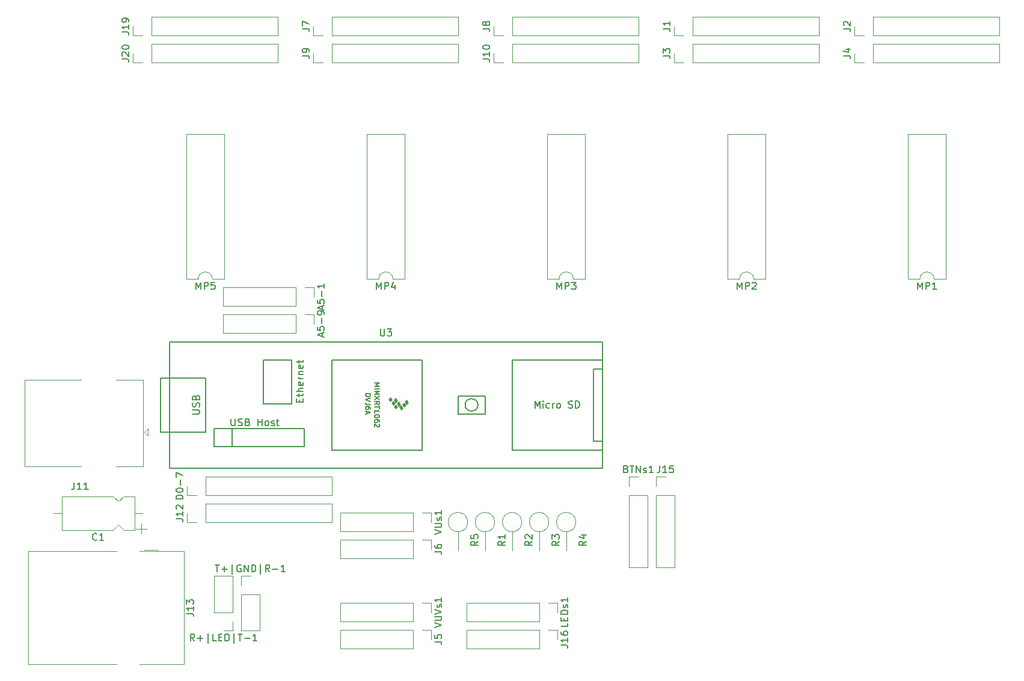
<source format=gbr>
%TF.GenerationSoftware,KiCad,Pcbnew,5.1.8*%
%TF.CreationDate,2020-12-04T02:47:43+00:00*%
%TF.ProjectId,controller_mixer_pcb,636f6e74-726f-46c6-9c65-725f6d697865,rev?*%
%TF.SameCoordinates,Original*%
%TF.FileFunction,Legend,Top*%
%TF.FilePolarity,Positive*%
%FSLAX46Y46*%
G04 Gerber Fmt 4.6, Leading zero omitted, Abs format (unit mm)*
G04 Created by KiCad (PCBNEW 5.1.8) date 2020-12-04 02:47:43*
%MOMM*%
%LPD*%
G01*
G04 APERTURE LIST*
%ADD10C,0.120000*%
%ADD11C,0.100000*%
%ADD12C,0.150000*%
G04 APERTURE END LIST*
D10*
%TO.C,MP2*%
X161020000Y-82610000D02*
X162670000Y-82610000D01*
X162670000Y-82610000D02*
X162670000Y-62170000D01*
X162670000Y-62170000D02*
X157370000Y-62170000D01*
X157370000Y-62170000D02*
X157370000Y-82610000D01*
X157370000Y-82610000D02*
X159020000Y-82610000D01*
X159020000Y-82610000D02*
G75*
G02*
X161020000Y-82610000I1000000J0D01*
G01*
%TO.C,MP1*%
X182770000Y-82610000D02*
X184420000Y-82610000D01*
X182770000Y-62170000D02*
X182770000Y-82610000D01*
X188070000Y-62170000D02*
X182770000Y-62170000D01*
X188070000Y-82610000D02*
X188070000Y-62170000D01*
X186420000Y-82610000D02*
X188070000Y-82610000D01*
X184420000Y-82610000D02*
G75*
G02*
X186420000Y-82610000I1000000J0D01*
G01*
%TO.C,MP4*%
X110220000Y-82610000D02*
X111870000Y-82610000D01*
X111870000Y-82610000D02*
X111870000Y-62170000D01*
X111870000Y-62170000D02*
X106570000Y-62170000D01*
X106570000Y-62170000D02*
X106570000Y-82610000D01*
X106570000Y-82610000D02*
X108220000Y-82610000D01*
X108220000Y-82610000D02*
G75*
G02*
X110220000Y-82610000I1000000J0D01*
G01*
%TO.C,MP3*%
X131970000Y-82610000D02*
X133620000Y-82610000D01*
X131970000Y-62170000D02*
X131970000Y-82610000D01*
X137270000Y-62170000D02*
X131970000Y-62170000D01*
X137270000Y-82610000D02*
X137270000Y-62170000D01*
X135620000Y-82610000D02*
X137270000Y-82610000D01*
X133620000Y-82610000D02*
G75*
G02*
X135620000Y-82610000I1000000J0D01*
G01*
%TO.C,MP5*%
X84820000Y-82610000D02*
X86470000Y-82610000D01*
X86470000Y-82610000D02*
X86470000Y-62170000D01*
X86470000Y-62170000D02*
X81170000Y-62170000D01*
X81170000Y-62170000D02*
X81170000Y-82610000D01*
X81170000Y-82610000D02*
X82820000Y-82610000D01*
X82820000Y-82610000D02*
G75*
G02*
X84820000Y-82610000I1000000J0D01*
G01*
D11*
%TO.C,U3*%
G36*
X112417000Y-100023000D02*
G01*
X112163000Y-100277000D01*
X111909000Y-99896000D01*
X112163000Y-99642000D01*
X112417000Y-100023000D01*
G37*
X112417000Y-100023000D02*
X112163000Y-100277000D01*
X111909000Y-99896000D01*
X112163000Y-99642000D01*
X112417000Y-100023000D01*
G36*
X112036000Y-100404000D02*
G01*
X111782000Y-100658000D01*
X111528000Y-100277000D01*
X111782000Y-100023000D01*
X112036000Y-100404000D01*
G37*
X112036000Y-100404000D02*
X111782000Y-100658000D01*
X111528000Y-100277000D01*
X111782000Y-100023000D01*
X112036000Y-100404000D01*
G36*
X110131000Y-99642000D02*
G01*
X109877000Y-99896000D01*
X109623000Y-99515000D01*
X109877000Y-99261000D01*
X110131000Y-99642000D01*
G37*
X110131000Y-99642000D02*
X109877000Y-99896000D01*
X109623000Y-99515000D01*
X109877000Y-99261000D01*
X110131000Y-99642000D01*
G36*
X110512000Y-100150000D02*
G01*
X110258000Y-100404000D01*
X110004000Y-100023000D01*
X110258000Y-99769000D01*
X110512000Y-100150000D01*
G37*
X110512000Y-100150000D02*
X110258000Y-100404000D01*
X110004000Y-100023000D01*
X110258000Y-99769000D01*
X110512000Y-100150000D01*
G36*
X110893000Y-100658000D02*
G01*
X110639000Y-100912000D01*
X110385000Y-100531000D01*
X110639000Y-100277000D01*
X110893000Y-100658000D01*
G37*
X110893000Y-100658000D02*
X110639000Y-100912000D01*
X110385000Y-100531000D01*
X110639000Y-100277000D01*
X110893000Y-100658000D01*
G36*
X110893000Y-99769000D02*
G01*
X110639000Y-100023000D01*
X110385000Y-99642000D01*
X110639000Y-99388000D01*
X110893000Y-99769000D01*
G37*
X110893000Y-99769000D02*
X110639000Y-100023000D01*
X110385000Y-99642000D01*
X110639000Y-99388000D01*
X110893000Y-99769000D01*
G36*
X111274000Y-100277000D02*
G01*
X111020000Y-100531000D01*
X110766000Y-100150000D01*
X111020000Y-99896000D01*
X111274000Y-100277000D01*
G37*
X111274000Y-100277000D02*
X111020000Y-100531000D01*
X110766000Y-100150000D01*
X111020000Y-99896000D01*
X111274000Y-100277000D01*
G36*
X111655000Y-100785000D02*
G01*
X111401000Y-101039000D01*
X111147000Y-100658000D01*
X111401000Y-100404000D01*
X111655000Y-100785000D01*
G37*
X111655000Y-100785000D02*
X111401000Y-101039000D01*
X111147000Y-100658000D01*
X111401000Y-100404000D01*
X111655000Y-100785000D01*
D12*
X78740000Y-109220000D02*
X78740000Y-91440000D01*
X139700000Y-109220000D02*
X78740000Y-109220000D01*
X139700000Y-91440000D02*
X139700000Y-109220000D01*
X78740000Y-91440000D02*
X139700000Y-91440000D01*
X83820000Y-104140000D02*
X78740000Y-104140000D01*
X83820000Y-96520000D02*
X78740000Y-96520000D01*
X83820000Y-104140000D02*
X83820000Y-96520000D01*
X77470000Y-96520000D02*
X78740000Y-96520000D01*
X77470000Y-104140000D02*
X77470000Y-96520000D01*
X78740000Y-104140000D02*
X77470000Y-104140000D01*
X139700000Y-93980000D02*
X127000000Y-93980000D01*
X127000000Y-93980000D02*
X127000000Y-106680000D01*
X127000000Y-106680000D02*
X139700000Y-106680000D01*
X139700000Y-95250000D02*
X138430000Y-95250000D01*
X138430000Y-95250000D02*
X138430000Y-105410000D01*
X138430000Y-105410000D02*
X139700000Y-105410000D01*
X123190000Y-99060000D02*
X123190000Y-101600000D01*
X123190000Y-101600000D02*
X119380000Y-101600000D01*
X119380000Y-101600000D02*
X119380000Y-99060000D01*
X119380000Y-99060000D02*
X123190000Y-99060000D01*
X85039200Y-103629200D02*
X97739200Y-103629200D01*
X97739200Y-103629200D02*
X97739200Y-106169200D01*
X97739200Y-106169200D02*
X85039200Y-106169200D01*
X85039200Y-106169200D02*
X85039200Y-103629200D01*
X85039200Y-103629200D02*
X87579200Y-103629200D01*
X87579200Y-103629200D02*
X87579200Y-106169200D01*
X91970000Y-94228400D02*
X91970000Y-100228400D01*
X91970000Y-100228400D02*
X95970000Y-100228400D01*
X95970000Y-100228400D02*
X95970000Y-93978400D01*
X95970000Y-93978400D02*
X91970000Y-93978400D01*
X91970000Y-93978400D02*
X91970000Y-94228400D01*
X101600000Y-106680000D02*
X114300000Y-106680000D01*
X114300000Y-106680000D02*
X114300000Y-93980000D01*
X114300000Y-93980000D02*
X101600000Y-93980000D01*
X101600000Y-93980000D02*
X101600000Y-106680000D01*
X122183026Y-100330000D02*
G75*
G03*
X122183026Y-100330000I-898026J0D01*
G01*
D10*
%TO.C,J1*%
X149800000Y-48320000D02*
X149800000Y-46990000D01*
X151130000Y-48320000D02*
X149800000Y-48320000D01*
X152400000Y-48320000D02*
X152400000Y-45660000D01*
X152400000Y-45660000D02*
X170240000Y-45660000D01*
X152400000Y-48320000D02*
X170240000Y-48320000D01*
X170240000Y-48320000D02*
X170240000Y-45660000D01*
%TO.C,J2*%
X195640000Y-48320000D02*
X195640000Y-45660000D01*
X177800000Y-48320000D02*
X195640000Y-48320000D01*
X177800000Y-45660000D02*
X195640000Y-45660000D01*
X177800000Y-48320000D02*
X177800000Y-45660000D01*
X176530000Y-48320000D02*
X175200000Y-48320000D01*
X175200000Y-48320000D02*
X175200000Y-46990000D01*
%TO.C,J3*%
X170240000Y-52130000D02*
X170240000Y-49470000D01*
X152400000Y-52130000D02*
X170240000Y-52130000D01*
X152400000Y-49470000D02*
X170240000Y-49470000D01*
X152400000Y-52130000D02*
X152400000Y-49470000D01*
X151130000Y-52130000D02*
X149800000Y-52130000D01*
X149800000Y-52130000D02*
X149800000Y-50800000D01*
%TO.C,J4*%
X175200000Y-52130000D02*
X175200000Y-50800000D01*
X176530000Y-52130000D02*
X175200000Y-52130000D01*
X177800000Y-52130000D02*
X177800000Y-49470000D01*
X177800000Y-49470000D02*
X195640000Y-49470000D01*
X177800000Y-52130000D02*
X195640000Y-52130000D01*
X195640000Y-52130000D02*
X195640000Y-49470000D01*
%TO.C,J7*%
X119440000Y-48320000D02*
X119440000Y-45660000D01*
X101600000Y-48320000D02*
X119440000Y-48320000D01*
X101600000Y-45660000D02*
X119440000Y-45660000D01*
X101600000Y-48320000D02*
X101600000Y-45660000D01*
X100330000Y-48320000D02*
X99000000Y-48320000D01*
X99000000Y-48320000D02*
X99000000Y-46990000D01*
%TO.C,J8*%
X124400000Y-48320000D02*
X124400000Y-46990000D01*
X125730000Y-48320000D02*
X124400000Y-48320000D01*
X127000000Y-48320000D02*
X127000000Y-45660000D01*
X127000000Y-45660000D02*
X144840000Y-45660000D01*
X127000000Y-48320000D02*
X144840000Y-48320000D01*
X144840000Y-48320000D02*
X144840000Y-45660000D01*
%TO.C,J9*%
X119440000Y-52130000D02*
X119440000Y-49470000D01*
X101600000Y-52130000D02*
X119440000Y-52130000D01*
X101600000Y-49470000D02*
X119440000Y-49470000D01*
X101600000Y-52130000D02*
X101600000Y-49470000D01*
X100330000Y-52130000D02*
X99000000Y-52130000D01*
X99000000Y-52130000D02*
X99000000Y-50800000D01*
%TO.C,J10*%
X144840000Y-52130000D02*
X144840000Y-49470000D01*
X127000000Y-52130000D02*
X144840000Y-52130000D01*
X127000000Y-49470000D02*
X144840000Y-49470000D01*
X127000000Y-52130000D02*
X127000000Y-49470000D01*
X125730000Y-52130000D02*
X124400000Y-52130000D01*
X124400000Y-52130000D02*
X124400000Y-50800000D01*
%TO.C,LEDs1*%
X120590000Y-128210000D02*
X120590000Y-130870000D01*
X130810000Y-128210000D02*
X120590000Y-128210000D01*
X130810000Y-130870000D02*
X120590000Y-130870000D01*
X130810000Y-128210000D02*
X130810000Y-130870000D01*
X132080000Y-128210000D02*
X133410000Y-128210000D01*
X133410000Y-128210000D02*
X133410000Y-129540000D01*
%TO.C,BTNs1*%
X143450000Y-110430000D02*
X144780000Y-110430000D01*
X143450000Y-111760000D02*
X143450000Y-110430000D01*
X143450000Y-113030000D02*
X146110000Y-113030000D01*
X146110000Y-113030000D02*
X146110000Y-123250000D01*
X143450000Y-113030000D02*
X143450000Y-123250000D01*
X143450000Y-123250000D02*
X146110000Y-123250000D01*
%TO.C,J15*%
X147260000Y-110430000D02*
X148590000Y-110430000D01*
X147260000Y-111760000D02*
X147260000Y-110430000D01*
X147260000Y-113030000D02*
X149920000Y-113030000D01*
X149920000Y-113030000D02*
X149920000Y-123250000D01*
X147260000Y-113030000D02*
X147260000Y-123250000D01*
X147260000Y-123250000D02*
X149920000Y-123250000D01*
%TO.C,J16*%
X120590000Y-132020000D02*
X120590000Y-134680000D01*
X130810000Y-132020000D02*
X120590000Y-132020000D01*
X130810000Y-134680000D02*
X120590000Y-134680000D01*
X130810000Y-132020000D02*
X130810000Y-134680000D01*
X132080000Y-132020000D02*
X133410000Y-132020000D01*
X133410000Y-132020000D02*
X133410000Y-133350000D01*
%TO.C,J19*%
X73600000Y-48320000D02*
X73600000Y-46990000D01*
X74930000Y-48320000D02*
X73600000Y-48320000D01*
X76200000Y-48320000D02*
X76200000Y-45660000D01*
X76200000Y-45660000D02*
X94040000Y-45660000D01*
X76200000Y-48320000D02*
X94040000Y-48320000D01*
X94040000Y-48320000D02*
X94040000Y-45660000D01*
%TO.C,J20*%
X73600000Y-52130000D02*
X73600000Y-50800000D01*
X74930000Y-52130000D02*
X73600000Y-52130000D01*
X76200000Y-52130000D02*
X76200000Y-49470000D01*
X76200000Y-49470000D02*
X94040000Y-49470000D01*
X76200000Y-52130000D02*
X94040000Y-52130000D01*
X94040000Y-52130000D02*
X94040000Y-49470000D01*
%TO.C,T+|GND|R-1*%
X88840000Y-124400000D02*
X90170000Y-124400000D01*
X88840000Y-125730000D02*
X88840000Y-124400000D01*
X88840000Y-127000000D02*
X91500000Y-127000000D01*
X91500000Y-127000000D02*
X91500000Y-132140000D01*
X88840000Y-127000000D02*
X88840000Y-132140000D01*
X88840000Y-132140000D02*
X91500000Y-132140000D01*
%TO.C,R+|LED|T-1*%
X87690000Y-132140000D02*
X86360000Y-132140000D01*
X87690000Y-130810000D02*
X87690000Y-132140000D01*
X87690000Y-129540000D02*
X85030000Y-129540000D01*
X85030000Y-129540000D02*
X85030000Y-124400000D01*
X87690000Y-129540000D02*
X87690000Y-124400000D01*
X87690000Y-124400000D02*
X85030000Y-124400000D01*
%TO.C,J5*%
X115630000Y-132020000D02*
X115630000Y-133350000D01*
X114300000Y-132020000D02*
X115630000Y-132020000D01*
X113030000Y-132020000D02*
X113030000Y-134680000D01*
X113030000Y-134680000D02*
X102810000Y-134680000D01*
X113030000Y-132020000D02*
X102810000Y-132020000D01*
X102810000Y-132020000D02*
X102810000Y-134680000D01*
%TO.C,J6*%
X102810000Y-119320000D02*
X102810000Y-121980000D01*
X113030000Y-119320000D02*
X102810000Y-119320000D01*
X113030000Y-121980000D02*
X102810000Y-121980000D01*
X113030000Y-119320000D02*
X113030000Y-121980000D01*
X114300000Y-119320000D02*
X115630000Y-119320000D01*
X115630000Y-119320000D02*
X115630000Y-120650000D01*
%TO.C,VUs1*%
X115630000Y-115510000D02*
X115630000Y-116840000D01*
X114300000Y-115510000D02*
X115630000Y-115510000D01*
X113030000Y-115510000D02*
X113030000Y-118170000D01*
X113030000Y-118170000D02*
X102810000Y-118170000D01*
X113030000Y-115510000D02*
X102810000Y-115510000D01*
X102810000Y-115510000D02*
X102810000Y-118170000D01*
%TO.C,VUVs1*%
X102810000Y-128210000D02*
X102810000Y-130870000D01*
X113030000Y-128210000D02*
X102810000Y-128210000D01*
X113030000Y-130870000D02*
X102810000Y-130870000D01*
X113030000Y-128210000D02*
X113030000Y-130870000D01*
X114300000Y-128210000D02*
X115630000Y-128210000D01*
X115630000Y-128210000D02*
X115630000Y-129540000D01*
%TO.C,R1*%
X124560000Y-116840000D02*
G75*
G03*
X124560000Y-116840000I-1370000J0D01*
G01*
X123190000Y-118210000D02*
X123190000Y-120820000D01*
%TO.C,R2*%
X127000000Y-118210000D02*
X127000000Y-120820000D01*
X128370000Y-116840000D02*
G75*
G03*
X128370000Y-116840000I-1370000J0D01*
G01*
%TO.C,R3*%
X132180000Y-116840000D02*
G75*
G03*
X132180000Y-116840000I-1370000J0D01*
G01*
X130810000Y-118210000D02*
X130810000Y-120820000D01*
%TO.C,R4*%
X134620000Y-118210000D02*
X134620000Y-120820000D01*
X135990000Y-116840000D02*
G75*
G03*
X135990000Y-116840000I-1370000J0D01*
G01*
%TO.C,R5*%
X120750000Y-116840000D02*
G75*
G03*
X120750000Y-116840000I-1370000J0D01*
G01*
X119380000Y-118210000D02*
X119380000Y-120820000D01*
%TO.C,D0-7*%
X81220000Y-113090000D02*
X81220000Y-111760000D01*
X82550000Y-113090000D02*
X81220000Y-113090000D01*
X83820000Y-113090000D02*
X83820000Y-110430000D01*
X83820000Y-110430000D02*
X101660000Y-110430000D01*
X83820000Y-113090000D02*
X101660000Y-113090000D01*
X101660000Y-113090000D02*
X101660000Y-110430000D01*
%TO.C,A5-9*%
X99120000Y-87570000D02*
X99120000Y-88900000D01*
X97790000Y-87570000D02*
X99120000Y-87570000D01*
X96520000Y-87570000D02*
X96520000Y-90230000D01*
X96520000Y-90230000D02*
X86300000Y-90230000D01*
X96520000Y-87570000D02*
X86300000Y-87570000D01*
X86300000Y-87570000D02*
X86300000Y-90230000D01*
%TO.C,J11*%
X75710000Y-103640000D02*
X75210000Y-104140000D01*
X75710000Y-104640000D02*
X75710000Y-103640000D01*
X75210000Y-104140000D02*
X75710000Y-104640000D01*
X58390000Y-96780000D02*
X66360000Y-96780000D01*
X58390000Y-109000000D02*
X66360000Y-109000000D01*
X58390000Y-96780000D02*
X58390000Y-109000000D01*
X75010000Y-109000000D02*
X71260000Y-109000000D01*
X75010000Y-96780000D02*
X71260000Y-96780000D01*
X75010000Y-96780000D02*
X75010000Y-109000000D01*
%TO.C,A5-1*%
X99120000Y-83760000D02*
X99120000Y-85090000D01*
X97790000Y-83760000D02*
X99120000Y-83760000D01*
X96520000Y-83760000D02*
X96520000Y-86420000D01*
X96520000Y-86420000D02*
X86300000Y-86420000D01*
X96520000Y-83760000D02*
X86300000Y-83760000D01*
X86300000Y-83760000D02*
X86300000Y-86420000D01*
%TO.C,J12*%
X81220000Y-116900000D02*
X81220000Y-115570000D01*
X82550000Y-116900000D02*
X81220000Y-116900000D01*
X83820000Y-116900000D02*
X83820000Y-114240000D01*
X83820000Y-114240000D02*
X101660000Y-114240000D01*
X83820000Y-116900000D02*
X101660000Y-116900000D01*
X101660000Y-116900000D02*
X101660000Y-114240000D01*
%TO.C,J13*%
X74510000Y-120930000D02*
X80790000Y-120930000D01*
X80790000Y-120930000D02*
X80790000Y-136880000D01*
X80790000Y-136880000D02*
X74510000Y-136880000D01*
X71310000Y-136880000D02*
X58870000Y-136880000D01*
X58870000Y-136880000D02*
X58870000Y-120930000D01*
X58870000Y-120930000D02*
X71310000Y-120930000D01*
X77200000Y-120730000D02*
X75200000Y-120730000D01*
%TO.C,C1*%
X75570000Y-117770000D02*
X74070000Y-117770000D01*
X74820000Y-118520000D02*
X74820000Y-117020000D01*
X73820000Y-117940000D02*
X73820000Y-113200000D01*
X63580000Y-117940000D02*
X63580000Y-113200000D01*
X73820000Y-117940000D02*
X72320000Y-117940000D01*
X72320000Y-117940000D02*
X71570000Y-117190000D01*
X71570000Y-117190000D02*
X70820000Y-117940000D01*
X70820000Y-117940000D02*
X63580000Y-117940000D01*
X73820000Y-113200000D02*
X72320000Y-113200000D01*
X72320000Y-113200000D02*
X71570000Y-113950000D01*
X71570000Y-113950000D02*
X70820000Y-113200000D01*
X70820000Y-113200000D02*
X63580000Y-113200000D01*
X74960000Y-115570000D02*
X73820000Y-115570000D01*
X62440000Y-115570000D02*
X63580000Y-115570000D01*
%TO.C,MP2*%
D12*
X158710476Y-84062380D02*
X158710476Y-83062380D01*
X159043809Y-83776666D01*
X159377142Y-83062380D01*
X159377142Y-84062380D01*
X159853333Y-84062380D02*
X159853333Y-83062380D01*
X160234285Y-83062380D01*
X160329523Y-83110000D01*
X160377142Y-83157619D01*
X160424761Y-83252857D01*
X160424761Y-83395714D01*
X160377142Y-83490952D01*
X160329523Y-83538571D01*
X160234285Y-83586190D01*
X159853333Y-83586190D01*
X160805714Y-83157619D02*
X160853333Y-83110000D01*
X160948571Y-83062380D01*
X161186666Y-83062380D01*
X161281904Y-83110000D01*
X161329523Y-83157619D01*
X161377142Y-83252857D01*
X161377142Y-83348095D01*
X161329523Y-83490952D01*
X160758095Y-84062380D01*
X161377142Y-84062380D01*
%TO.C,MP1*%
X184110476Y-84062380D02*
X184110476Y-83062380D01*
X184443809Y-83776666D01*
X184777142Y-83062380D01*
X184777142Y-84062380D01*
X185253333Y-84062380D02*
X185253333Y-83062380D01*
X185634285Y-83062380D01*
X185729523Y-83110000D01*
X185777142Y-83157619D01*
X185824761Y-83252857D01*
X185824761Y-83395714D01*
X185777142Y-83490952D01*
X185729523Y-83538571D01*
X185634285Y-83586190D01*
X185253333Y-83586190D01*
X186777142Y-84062380D02*
X186205714Y-84062380D01*
X186491428Y-84062380D02*
X186491428Y-83062380D01*
X186396190Y-83205238D01*
X186300952Y-83300476D01*
X186205714Y-83348095D01*
%TO.C,MP4*%
X107910476Y-84062380D02*
X107910476Y-83062380D01*
X108243809Y-83776666D01*
X108577142Y-83062380D01*
X108577142Y-84062380D01*
X109053333Y-84062380D02*
X109053333Y-83062380D01*
X109434285Y-83062380D01*
X109529523Y-83110000D01*
X109577142Y-83157619D01*
X109624761Y-83252857D01*
X109624761Y-83395714D01*
X109577142Y-83490952D01*
X109529523Y-83538571D01*
X109434285Y-83586190D01*
X109053333Y-83586190D01*
X110481904Y-83395714D02*
X110481904Y-84062380D01*
X110243809Y-83014761D02*
X110005714Y-83729047D01*
X110624761Y-83729047D01*
%TO.C,MP3*%
X133310476Y-84062380D02*
X133310476Y-83062380D01*
X133643809Y-83776666D01*
X133977142Y-83062380D01*
X133977142Y-84062380D01*
X134453333Y-84062380D02*
X134453333Y-83062380D01*
X134834285Y-83062380D01*
X134929523Y-83110000D01*
X134977142Y-83157619D01*
X135024761Y-83252857D01*
X135024761Y-83395714D01*
X134977142Y-83490952D01*
X134929523Y-83538571D01*
X134834285Y-83586190D01*
X134453333Y-83586190D01*
X135358095Y-83062380D02*
X135977142Y-83062380D01*
X135643809Y-83443333D01*
X135786666Y-83443333D01*
X135881904Y-83490952D01*
X135929523Y-83538571D01*
X135977142Y-83633809D01*
X135977142Y-83871904D01*
X135929523Y-83967142D01*
X135881904Y-84014761D01*
X135786666Y-84062380D01*
X135500952Y-84062380D01*
X135405714Y-84014761D01*
X135358095Y-83967142D01*
%TO.C,MP5*%
X82510476Y-84062380D02*
X82510476Y-83062380D01*
X82843809Y-83776666D01*
X83177142Y-83062380D01*
X83177142Y-84062380D01*
X83653333Y-84062380D02*
X83653333Y-83062380D01*
X84034285Y-83062380D01*
X84129523Y-83110000D01*
X84177142Y-83157619D01*
X84224761Y-83252857D01*
X84224761Y-83395714D01*
X84177142Y-83490952D01*
X84129523Y-83538571D01*
X84034285Y-83586190D01*
X83653333Y-83586190D01*
X85129523Y-83062380D02*
X84653333Y-83062380D01*
X84605714Y-83538571D01*
X84653333Y-83490952D01*
X84748571Y-83443333D01*
X84986666Y-83443333D01*
X85081904Y-83490952D01*
X85129523Y-83538571D01*
X85177142Y-83633809D01*
X85177142Y-83871904D01*
X85129523Y-83967142D01*
X85081904Y-84014761D01*
X84986666Y-84062380D01*
X84748571Y-84062380D01*
X84653333Y-84014761D01*
X84605714Y-83967142D01*
%TO.C,U3*%
X108458095Y-89622380D02*
X108458095Y-90431904D01*
X108505714Y-90527142D01*
X108553333Y-90574761D01*
X108648571Y-90622380D01*
X108839047Y-90622380D01*
X108934285Y-90574761D01*
X108981904Y-90527142D01*
X109029523Y-90431904D01*
X109029523Y-89622380D01*
X109410476Y-89622380D02*
X110029523Y-89622380D01*
X109696190Y-90003333D01*
X109839047Y-90003333D01*
X109934285Y-90050952D01*
X109981904Y-90098571D01*
X110029523Y-90193809D01*
X110029523Y-90431904D01*
X109981904Y-90527142D01*
X109934285Y-90574761D01*
X109839047Y-90622380D01*
X109553333Y-90622380D01*
X109458095Y-90574761D01*
X109410476Y-90527142D01*
X106363333Y-98766666D02*
X107063333Y-98766666D01*
X107063333Y-98933333D01*
X107030000Y-99033333D01*
X106963333Y-99100000D01*
X106896666Y-99133333D01*
X106763333Y-99166666D01*
X106663333Y-99166666D01*
X106530000Y-99133333D01*
X106463333Y-99100000D01*
X106396666Y-99033333D01*
X106363333Y-98933333D01*
X106363333Y-98766666D01*
X107063333Y-99366666D02*
X106363333Y-99600000D01*
X107063333Y-99833333D01*
X107063333Y-100266666D02*
X106563333Y-100266666D01*
X106463333Y-100233333D01*
X106396666Y-100166666D01*
X106363333Y-100066666D01*
X106363333Y-100000000D01*
X107063333Y-100900000D02*
X107063333Y-100766666D01*
X107030000Y-100700000D01*
X106996666Y-100666666D01*
X106896666Y-100600000D01*
X106763333Y-100566666D01*
X106496666Y-100566666D01*
X106430000Y-100600000D01*
X106396666Y-100633333D01*
X106363333Y-100700000D01*
X106363333Y-100833333D01*
X106396666Y-100900000D01*
X106430000Y-100933333D01*
X106496666Y-100966666D01*
X106663333Y-100966666D01*
X106730000Y-100933333D01*
X106763333Y-100900000D01*
X106796666Y-100833333D01*
X106796666Y-100700000D01*
X106763333Y-100633333D01*
X106730000Y-100600000D01*
X106663333Y-100566666D01*
X106563333Y-101233333D02*
X106563333Y-101566666D01*
X106363333Y-101166666D02*
X107063333Y-101400000D01*
X106363333Y-101633333D01*
X107633333Y-97246666D02*
X108333333Y-97246666D01*
X107833333Y-97480000D01*
X108333333Y-97713333D01*
X107633333Y-97713333D01*
X107633333Y-98046666D02*
X108333333Y-98046666D01*
X107633333Y-98380000D02*
X108333333Y-98380000D01*
X107833333Y-98613333D01*
X108333333Y-98846666D01*
X107633333Y-98846666D01*
X108333333Y-99113333D02*
X107633333Y-99580000D01*
X108333333Y-99580000D02*
X107633333Y-99113333D01*
X107633333Y-100246666D02*
X107966666Y-100013333D01*
X107633333Y-99846666D02*
X108333333Y-99846666D01*
X108333333Y-100113333D01*
X108300000Y-100180000D01*
X108266666Y-100213333D01*
X108200000Y-100246666D01*
X108100000Y-100246666D01*
X108033333Y-100213333D01*
X108000000Y-100180000D01*
X107966666Y-100113333D01*
X107966666Y-99846666D01*
X108333333Y-100446666D02*
X108333333Y-100846666D01*
X107633333Y-100646666D02*
X108333333Y-100646666D01*
X107633333Y-101446666D02*
X107633333Y-101046666D01*
X107633333Y-101246666D02*
X108333333Y-101246666D01*
X108233333Y-101180000D01*
X108166666Y-101113333D01*
X108133333Y-101046666D01*
X108333333Y-101880000D02*
X108333333Y-101946666D01*
X108300000Y-102013333D01*
X108266666Y-102046666D01*
X108200000Y-102080000D01*
X108066666Y-102113333D01*
X107900000Y-102113333D01*
X107766666Y-102080000D01*
X107700000Y-102046666D01*
X107666666Y-102013333D01*
X107633333Y-101946666D01*
X107633333Y-101880000D01*
X107666666Y-101813333D01*
X107700000Y-101780000D01*
X107766666Y-101746666D01*
X107900000Y-101713333D01*
X108066666Y-101713333D01*
X108200000Y-101746666D01*
X108266666Y-101780000D01*
X108300000Y-101813333D01*
X108333333Y-101880000D01*
X108333333Y-102713333D02*
X108333333Y-102580000D01*
X108300000Y-102513333D01*
X108266666Y-102480000D01*
X108166666Y-102413333D01*
X108033333Y-102380000D01*
X107766666Y-102380000D01*
X107700000Y-102413333D01*
X107666666Y-102446666D01*
X107633333Y-102513333D01*
X107633333Y-102646666D01*
X107666666Y-102713333D01*
X107700000Y-102746666D01*
X107766666Y-102780000D01*
X107933333Y-102780000D01*
X108000000Y-102746666D01*
X108033333Y-102713333D01*
X108066666Y-102646666D01*
X108066666Y-102513333D01*
X108033333Y-102446666D01*
X108000000Y-102413333D01*
X107933333Y-102380000D01*
X108266666Y-103046666D02*
X108300000Y-103080000D01*
X108333333Y-103146666D01*
X108333333Y-103313333D01*
X108300000Y-103380000D01*
X108266666Y-103413333D01*
X108200000Y-103446666D01*
X108133333Y-103446666D01*
X108033333Y-103413333D01*
X107633333Y-103013333D01*
X107633333Y-103446666D01*
X130230952Y-100782380D02*
X130230952Y-99782380D01*
X130564285Y-100496666D01*
X130897619Y-99782380D01*
X130897619Y-100782380D01*
X131373809Y-100782380D02*
X131373809Y-100115714D01*
X131373809Y-99782380D02*
X131326190Y-99830000D01*
X131373809Y-99877619D01*
X131421428Y-99830000D01*
X131373809Y-99782380D01*
X131373809Y-99877619D01*
X132278571Y-100734761D02*
X132183333Y-100782380D01*
X131992857Y-100782380D01*
X131897619Y-100734761D01*
X131850000Y-100687142D01*
X131802380Y-100591904D01*
X131802380Y-100306190D01*
X131850000Y-100210952D01*
X131897619Y-100163333D01*
X131992857Y-100115714D01*
X132183333Y-100115714D01*
X132278571Y-100163333D01*
X132707142Y-100782380D02*
X132707142Y-100115714D01*
X132707142Y-100306190D02*
X132754761Y-100210952D01*
X132802380Y-100163333D01*
X132897619Y-100115714D01*
X132992857Y-100115714D01*
X133469047Y-100782380D02*
X133373809Y-100734761D01*
X133326190Y-100687142D01*
X133278571Y-100591904D01*
X133278571Y-100306190D01*
X133326190Y-100210952D01*
X133373809Y-100163333D01*
X133469047Y-100115714D01*
X133611904Y-100115714D01*
X133707142Y-100163333D01*
X133754761Y-100210952D01*
X133802380Y-100306190D01*
X133802380Y-100591904D01*
X133754761Y-100687142D01*
X133707142Y-100734761D01*
X133611904Y-100782380D01*
X133469047Y-100782380D01*
X134945238Y-100734761D02*
X135088095Y-100782380D01*
X135326190Y-100782380D01*
X135421428Y-100734761D01*
X135469047Y-100687142D01*
X135516666Y-100591904D01*
X135516666Y-100496666D01*
X135469047Y-100401428D01*
X135421428Y-100353809D01*
X135326190Y-100306190D01*
X135135714Y-100258571D01*
X135040476Y-100210952D01*
X134992857Y-100163333D01*
X134945238Y-100068095D01*
X134945238Y-99972857D01*
X134992857Y-99877619D01*
X135040476Y-99830000D01*
X135135714Y-99782380D01*
X135373809Y-99782380D01*
X135516666Y-99830000D01*
X135945238Y-100782380D02*
X135945238Y-99782380D01*
X136183333Y-99782380D01*
X136326190Y-99830000D01*
X136421428Y-99925238D01*
X136469047Y-100020476D01*
X136516666Y-100210952D01*
X136516666Y-100353809D01*
X136469047Y-100544285D01*
X136421428Y-100639523D01*
X136326190Y-100734761D01*
X136183333Y-100782380D01*
X135945238Y-100782380D01*
X82002380Y-101591904D02*
X82811904Y-101591904D01*
X82907142Y-101544285D01*
X82954761Y-101496666D01*
X83002380Y-101401428D01*
X83002380Y-101210952D01*
X82954761Y-101115714D01*
X82907142Y-101068095D01*
X82811904Y-101020476D01*
X82002380Y-101020476D01*
X82954761Y-100591904D02*
X83002380Y-100449047D01*
X83002380Y-100210952D01*
X82954761Y-100115714D01*
X82907142Y-100068095D01*
X82811904Y-100020476D01*
X82716666Y-100020476D01*
X82621428Y-100068095D01*
X82573809Y-100115714D01*
X82526190Y-100210952D01*
X82478571Y-100401428D01*
X82430952Y-100496666D01*
X82383333Y-100544285D01*
X82288095Y-100591904D01*
X82192857Y-100591904D01*
X82097619Y-100544285D01*
X82050000Y-100496666D01*
X82002380Y-100401428D01*
X82002380Y-100163333D01*
X82050000Y-100020476D01*
X82478571Y-99258571D02*
X82526190Y-99115714D01*
X82573809Y-99068095D01*
X82669047Y-99020476D01*
X82811904Y-99020476D01*
X82907142Y-99068095D01*
X82954761Y-99115714D01*
X83002380Y-99210952D01*
X83002380Y-99591904D01*
X82002380Y-99591904D01*
X82002380Y-99258571D01*
X82050000Y-99163333D01*
X82097619Y-99115714D01*
X82192857Y-99068095D01*
X82288095Y-99068095D01*
X82383333Y-99115714D01*
X82430952Y-99163333D01*
X82478571Y-99258571D01*
X82478571Y-99591904D01*
X97083571Y-99910542D02*
X97083571Y-99577209D01*
X97607380Y-99434352D02*
X97607380Y-99910542D01*
X96607380Y-99910542D01*
X96607380Y-99434352D01*
X96940714Y-99148638D02*
X96940714Y-98767685D01*
X96607380Y-99005780D02*
X97464523Y-99005780D01*
X97559761Y-98958161D01*
X97607380Y-98862923D01*
X97607380Y-98767685D01*
X97607380Y-98434352D02*
X96607380Y-98434352D01*
X97607380Y-98005780D02*
X97083571Y-98005780D01*
X96988333Y-98053400D01*
X96940714Y-98148638D01*
X96940714Y-98291495D01*
X96988333Y-98386733D01*
X97035952Y-98434352D01*
X97559761Y-97148638D02*
X97607380Y-97243876D01*
X97607380Y-97434352D01*
X97559761Y-97529590D01*
X97464523Y-97577209D01*
X97083571Y-97577209D01*
X96988333Y-97529590D01*
X96940714Y-97434352D01*
X96940714Y-97243876D01*
X96988333Y-97148638D01*
X97083571Y-97101019D01*
X97178809Y-97101019D01*
X97274047Y-97577209D01*
X97607380Y-96672447D02*
X96940714Y-96672447D01*
X97131190Y-96672447D02*
X97035952Y-96624828D01*
X96988333Y-96577209D01*
X96940714Y-96481971D01*
X96940714Y-96386733D01*
X96940714Y-96053400D02*
X97607380Y-96053400D01*
X97035952Y-96053400D02*
X96988333Y-96005780D01*
X96940714Y-95910542D01*
X96940714Y-95767685D01*
X96988333Y-95672447D01*
X97083571Y-95624828D01*
X97607380Y-95624828D01*
X97559761Y-94767685D02*
X97607380Y-94862923D01*
X97607380Y-95053400D01*
X97559761Y-95148638D01*
X97464523Y-95196257D01*
X97083571Y-95196257D01*
X96988333Y-95148638D01*
X96940714Y-95053400D01*
X96940714Y-94862923D01*
X96988333Y-94767685D01*
X97083571Y-94720066D01*
X97178809Y-94720066D01*
X97274047Y-95196257D01*
X96940714Y-94434352D02*
X96940714Y-94053400D01*
X96607380Y-94291495D02*
X97464523Y-94291495D01*
X97559761Y-94243876D01*
X97607380Y-94148638D01*
X97607380Y-94053400D01*
X87444676Y-102271580D02*
X87444676Y-103081104D01*
X87492295Y-103176342D01*
X87539914Y-103223961D01*
X87635152Y-103271580D01*
X87825628Y-103271580D01*
X87920866Y-103223961D01*
X87968485Y-103176342D01*
X88016104Y-103081104D01*
X88016104Y-102271580D01*
X88444676Y-103223961D02*
X88587533Y-103271580D01*
X88825628Y-103271580D01*
X88920866Y-103223961D01*
X88968485Y-103176342D01*
X89016104Y-103081104D01*
X89016104Y-102985866D01*
X88968485Y-102890628D01*
X88920866Y-102843009D01*
X88825628Y-102795390D01*
X88635152Y-102747771D01*
X88539914Y-102700152D01*
X88492295Y-102652533D01*
X88444676Y-102557295D01*
X88444676Y-102462057D01*
X88492295Y-102366819D01*
X88539914Y-102319200D01*
X88635152Y-102271580D01*
X88873247Y-102271580D01*
X89016104Y-102319200D01*
X89778009Y-102747771D02*
X89920866Y-102795390D01*
X89968485Y-102843009D01*
X90016104Y-102938247D01*
X90016104Y-103081104D01*
X89968485Y-103176342D01*
X89920866Y-103223961D01*
X89825628Y-103271580D01*
X89444676Y-103271580D01*
X89444676Y-102271580D01*
X89778009Y-102271580D01*
X89873247Y-102319200D01*
X89920866Y-102366819D01*
X89968485Y-102462057D01*
X89968485Y-102557295D01*
X89920866Y-102652533D01*
X89873247Y-102700152D01*
X89778009Y-102747771D01*
X89444676Y-102747771D01*
X91206580Y-103271580D02*
X91206580Y-102271580D01*
X91206580Y-102747771D02*
X91778009Y-102747771D01*
X91778009Y-103271580D02*
X91778009Y-102271580D01*
X92397057Y-103271580D02*
X92301819Y-103223961D01*
X92254200Y-103176342D01*
X92206580Y-103081104D01*
X92206580Y-102795390D01*
X92254200Y-102700152D01*
X92301819Y-102652533D01*
X92397057Y-102604914D01*
X92539914Y-102604914D01*
X92635152Y-102652533D01*
X92682771Y-102700152D01*
X92730390Y-102795390D01*
X92730390Y-103081104D01*
X92682771Y-103176342D01*
X92635152Y-103223961D01*
X92539914Y-103271580D01*
X92397057Y-103271580D01*
X93111342Y-103223961D02*
X93206580Y-103271580D01*
X93397057Y-103271580D01*
X93492295Y-103223961D01*
X93539914Y-103128723D01*
X93539914Y-103081104D01*
X93492295Y-102985866D01*
X93397057Y-102938247D01*
X93254200Y-102938247D01*
X93158961Y-102890628D01*
X93111342Y-102795390D01*
X93111342Y-102747771D01*
X93158961Y-102652533D01*
X93254200Y-102604914D01*
X93397057Y-102604914D01*
X93492295Y-102652533D01*
X93825628Y-102604914D02*
X94206580Y-102604914D01*
X93968485Y-102271580D02*
X93968485Y-103128723D01*
X94016104Y-103223961D01*
X94111342Y-103271580D01*
X94206580Y-103271580D01*
%TO.C,J1*%
X148252380Y-47323333D02*
X148966666Y-47323333D01*
X149109523Y-47370952D01*
X149204761Y-47466190D01*
X149252380Y-47609047D01*
X149252380Y-47704285D01*
X149252380Y-46323333D02*
X149252380Y-46894761D01*
X149252380Y-46609047D02*
X148252380Y-46609047D01*
X148395238Y-46704285D01*
X148490476Y-46799523D01*
X148538095Y-46894761D01*
%TO.C,J2*%
X173652380Y-47323333D02*
X174366666Y-47323333D01*
X174509523Y-47370952D01*
X174604761Y-47466190D01*
X174652380Y-47609047D01*
X174652380Y-47704285D01*
X173747619Y-46894761D02*
X173700000Y-46847142D01*
X173652380Y-46751904D01*
X173652380Y-46513809D01*
X173700000Y-46418571D01*
X173747619Y-46370952D01*
X173842857Y-46323333D01*
X173938095Y-46323333D01*
X174080952Y-46370952D01*
X174652380Y-46942380D01*
X174652380Y-46323333D01*
%TO.C,J3*%
X148252380Y-51133333D02*
X148966666Y-51133333D01*
X149109523Y-51180952D01*
X149204761Y-51276190D01*
X149252380Y-51419047D01*
X149252380Y-51514285D01*
X148252380Y-50752380D02*
X148252380Y-50133333D01*
X148633333Y-50466666D01*
X148633333Y-50323809D01*
X148680952Y-50228571D01*
X148728571Y-50180952D01*
X148823809Y-50133333D01*
X149061904Y-50133333D01*
X149157142Y-50180952D01*
X149204761Y-50228571D01*
X149252380Y-50323809D01*
X149252380Y-50609523D01*
X149204761Y-50704761D01*
X149157142Y-50752380D01*
%TO.C,J4*%
X173652380Y-51133333D02*
X174366666Y-51133333D01*
X174509523Y-51180952D01*
X174604761Y-51276190D01*
X174652380Y-51419047D01*
X174652380Y-51514285D01*
X173985714Y-50228571D02*
X174652380Y-50228571D01*
X173604761Y-50466666D02*
X174319047Y-50704761D01*
X174319047Y-50085714D01*
%TO.C,J7*%
X97452380Y-47323333D02*
X98166666Y-47323333D01*
X98309523Y-47370952D01*
X98404761Y-47466190D01*
X98452380Y-47609047D01*
X98452380Y-47704285D01*
X97452380Y-46942380D02*
X97452380Y-46275714D01*
X98452380Y-46704285D01*
%TO.C,J8*%
X122852380Y-47323333D02*
X123566666Y-47323333D01*
X123709523Y-47370952D01*
X123804761Y-47466190D01*
X123852380Y-47609047D01*
X123852380Y-47704285D01*
X123280952Y-46704285D02*
X123233333Y-46799523D01*
X123185714Y-46847142D01*
X123090476Y-46894761D01*
X123042857Y-46894761D01*
X122947619Y-46847142D01*
X122900000Y-46799523D01*
X122852380Y-46704285D01*
X122852380Y-46513809D01*
X122900000Y-46418571D01*
X122947619Y-46370952D01*
X123042857Y-46323333D01*
X123090476Y-46323333D01*
X123185714Y-46370952D01*
X123233333Y-46418571D01*
X123280952Y-46513809D01*
X123280952Y-46704285D01*
X123328571Y-46799523D01*
X123376190Y-46847142D01*
X123471428Y-46894761D01*
X123661904Y-46894761D01*
X123757142Y-46847142D01*
X123804761Y-46799523D01*
X123852380Y-46704285D01*
X123852380Y-46513809D01*
X123804761Y-46418571D01*
X123757142Y-46370952D01*
X123661904Y-46323333D01*
X123471428Y-46323333D01*
X123376190Y-46370952D01*
X123328571Y-46418571D01*
X123280952Y-46513809D01*
%TO.C,J9*%
X97452380Y-51133333D02*
X98166666Y-51133333D01*
X98309523Y-51180952D01*
X98404761Y-51276190D01*
X98452380Y-51419047D01*
X98452380Y-51514285D01*
X98452380Y-50609523D02*
X98452380Y-50419047D01*
X98404761Y-50323809D01*
X98357142Y-50276190D01*
X98214285Y-50180952D01*
X98023809Y-50133333D01*
X97642857Y-50133333D01*
X97547619Y-50180952D01*
X97500000Y-50228571D01*
X97452380Y-50323809D01*
X97452380Y-50514285D01*
X97500000Y-50609523D01*
X97547619Y-50657142D01*
X97642857Y-50704761D01*
X97880952Y-50704761D01*
X97976190Y-50657142D01*
X98023809Y-50609523D01*
X98071428Y-50514285D01*
X98071428Y-50323809D01*
X98023809Y-50228571D01*
X97976190Y-50180952D01*
X97880952Y-50133333D01*
%TO.C,J10*%
X122852380Y-51609523D02*
X123566666Y-51609523D01*
X123709523Y-51657142D01*
X123804761Y-51752380D01*
X123852380Y-51895238D01*
X123852380Y-51990476D01*
X123852380Y-50609523D02*
X123852380Y-51180952D01*
X123852380Y-50895238D02*
X122852380Y-50895238D01*
X122995238Y-50990476D01*
X123090476Y-51085714D01*
X123138095Y-51180952D01*
X122852380Y-49990476D02*
X122852380Y-49895238D01*
X122900000Y-49800000D01*
X122947619Y-49752380D01*
X123042857Y-49704761D01*
X123233333Y-49657142D01*
X123471428Y-49657142D01*
X123661904Y-49704761D01*
X123757142Y-49752380D01*
X123804761Y-49800000D01*
X123852380Y-49895238D01*
X123852380Y-49990476D01*
X123804761Y-50085714D01*
X123757142Y-50133333D01*
X123661904Y-50180952D01*
X123471428Y-50228571D01*
X123233333Y-50228571D01*
X123042857Y-50180952D01*
X122947619Y-50133333D01*
X122900000Y-50085714D01*
X122852380Y-49990476D01*
%TO.C,LEDs1*%
X134862380Y-131063809D02*
X134862380Y-131540000D01*
X133862380Y-131540000D01*
X134338571Y-130730476D02*
X134338571Y-130397142D01*
X134862380Y-130254285D02*
X134862380Y-130730476D01*
X133862380Y-130730476D01*
X133862380Y-130254285D01*
X134862380Y-129825714D02*
X133862380Y-129825714D01*
X133862380Y-129587619D01*
X133910000Y-129444761D01*
X134005238Y-129349523D01*
X134100476Y-129301904D01*
X134290952Y-129254285D01*
X134433809Y-129254285D01*
X134624285Y-129301904D01*
X134719523Y-129349523D01*
X134814761Y-129444761D01*
X134862380Y-129587619D01*
X134862380Y-129825714D01*
X134814761Y-128873333D02*
X134862380Y-128778095D01*
X134862380Y-128587619D01*
X134814761Y-128492380D01*
X134719523Y-128444761D01*
X134671904Y-128444761D01*
X134576666Y-128492380D01*
X134529047Y-128587619D01*
X134529047Y-128730476D01*
X134481428Y-128825714D01*
X134386190Y-128873333D01*
X134338571Y-128873333D01*
X134243333Y-128825714D01*
X134195714Y-128730476D01*
X134195714Y-128587619D01*
X134243333Y-128492380D01*
X134862380Y-127492380D02*
X134862380Y-128063809D01*
X134862380Y-127778095D02*
X133862380Y-127778095D01*
X134005238Y-127873333D01*
X134100476Y-127968571D01*
X134148095Y-128063809D01*
%TO.C,BTNs1*%
X143065714Y-109358571D02*
X143208571Y-109406190D01*
X143256190Y-109453809D01*
X143303809Y-109549047D01*
X143303809Y-109691904D01*
X143256190Y-109787142D01*
X143208571Y-109834761D01*
X143113333Y-109882380D01*
X142732380Y-109882380D01*
X142732380Y-108882380D01*
X143065714Y-108882380D01*
X143160952Y-108930000D01*
X143208571Y-108977619D01*
X143256190Y-109072857D01*
X143256190Y-109168095D01*
X143208571Y-109263333D01*
X143160952Y-109310952D01*
X143065714Y-109358571D01*
X142732380Y-109358571D01*
X143589523Y-108882380D02*
X144160952Y-108882380D01*
X143875238Y-109882380D02*
X143875238Y-108882380D01*
X144494285Y-109882380D02*
X144494285Y-108882380D01*
X145065714Y-109882380D01*
X145065714Y-108882380D01*
X145494285Y-109834761D02*
X145589523Y-109882380D01*
X145780000Y-109882380D01*
X145875238Y-109834761D01*
X145922857Y-109739523D01*
X145922857Y-109691904D01*
X145875238Y-109596666D01*
X145780000Y-109549047D01*
X145637142Y-109549047D01*
X145541904Y-109501428D01*
X145494285Y-109406190D01*
X145494285Y-109358571D01*
X145541904Y-109263333D01*
X145637142Y-109215714D01*
X145780000Y-109215714D01*
X145875238Y-109263333D01*
X146875238Y-109882380D02*
X146303809Y-109882380D01*
X146589523Y-109882380D02*
X146589523Y-108882380D01*
X146494285Y-109025238D01*
X146399047Y-109120476D01*
X146303809Y-109168095D01*
%TO.C,J15*%
X147780476Y-108882380D02*
X147780476Y-109596666D01*
X147732857Y-109739523D01*
X147637619Y-109834761D01*
X147494761Y-109882380D01*
X147399523Y-109882380D01*
X148780476Y-109882380D02*
X148209047Y-109882380D01*
X148494761Y-109882380D02*
X148494761Y-108882380D01*
X148399523Y-109025238D01*
X148304285Y-109120476D01*
X148209047Y-109168095D01*
X149685238Y-108882380D02*
X149209047Y-108882380D01*
X149161428Y-109358571D01*
X149209047Y-109310952D01*
X149304285Y-109263333D01*
X149542380Y-109263333D01*
X149637619Y-109310952D01*
X149685238Y-109358571D01*
X149732857Y-109453809D01*
X149732857Y-109691904D01*
X149685238Y-109787142D01*
X149637619Y-109834761D01*
X149542380Y-109882380D01*
X149304285Y-109882380D01*
X149209047Y-109834761D01*
X149161428Y-109787142D01*
%TO.C,J16*%
X133862380Y-134159523D02*
X134576666Y-134159523D01*
X134719523Y-134207142D01*
X134814761Y-134302380D01*
X134862380Y-134445238D01*
X134862380Y-134540476D01*
X134862380Y-133159523D02*
X134862380Y-133730952D01*
X134862380Y-133445238D02*
X133862380Y-133445238D01*
X134005238Y-133540476D01*
X134100476Y-133635714D01*
X134148095Y-133730952D01*
X133862380Y-132302380D02*
X133862380Y-132492857D01*
X133910000Y-132588095D01*
X133957619Y-132635714D01*
X134100476Y-132730952D01*
X134290952Y-132778571D01*
X134671904Y-132778571D01*
X134767142Y-132730952D01*
X134814761Y-132683333D01*
X134862380Y-132588095D01*
X134862380Y-132397619D01*
X134814761Y-132302380D01*
X134767142Y-132254761D01*
X134671904Y-132207142D01*
X134433809Y-132207142D01*
X134338571Y-132254761D01*
X134290952Y-132302380D01*
X134243333Y-132397619D01*
X134243333Y-132588095D01*
X134290952Y-132683333D01*
X134338571Y-132730952D01*
X134433809Y-132778571D01*
%TO.C,J19*%
X72052380Y-47799523D02*
X72766666Y-47799523D01*
X72909523Y-47847142D01*
X73004761Y-47942380D01*
X73052380Y-48085238D01*
X73052380Y-48180476D01*
X73052380Y-46799523D02*
X73052380Y-47370952D01*
X73052380Y-47085238D02*
X72052380Y-47085238D01*
X72195238Y-47180476D01*
X72290476Y-47275714D01*
X72338095Y-47370952D01*
X73052380Y-46323333D02*
X73052380Y-46132857D01*
X73004761Y-46037619D01*
X72957142Y-45990000D01*
X72814285Y-45894761D01*
X72623809Y-45847142D01*
X72242857Y-45847142D01*
X72147619Y-45894761D01*
X72100000Y-45942380D01*
X72052380Y-46037619D01*
X72052380Y-46228095D01*
X72100000Y-46323333D01*
X72147619Y-46370952D01*
X72242857Y-46418571D01*
X72480952Y-46418571D01*
X72576190Y-46370952D01*
X72623809Y-46323333D01*
X72671428Y-46228095D01*
X72671428Y-46037619D01*
X72623809Y-45942380D01*
X72576190Y-45894761D01*
X72480952Y-45847142D01*
%TO.C,J20*%
X72052380Y-51609523D02*
X72766666Y-51609523D01*
X72909523Y-51657142D01*
X73004761Y-51752380D01*
X73052380Y-51895238D01*
X73052380Y-51990476D01*
X72147619Y-51180952D02*
X72100000Y-51133333D01*
X72052380Y-51038095D01*
X72052380Y-50800000D01*
X72100000Y-50704761D01*
X72147619Y-50657142D01*
X72242857Y-50609523D01*
X72338095Y-50609523D01*
X72480952Y-50657142D01*
X73052380Y-51228571D01*
X73052380Y-50609523D01*
X72052380Y-49990476D02*
X72052380Y-49895238D01*
X72100000Y-49800000D01*
X72147619Y-49752380D01*
X72242857Y-49704761D01*
X72433333Y-49657142D01*
X72671428Y-49657142D01*
X72861904Y-49704761D01*
X72957142Y-49752380D01*
X73004761Y-49800000D01*
X73052380Y-49895238D01*
X73052380Y-49990476D01*
X73004761Y-50085714D01*
X72957142Y-50133333D01*
X72861904Y-50180952D01*
X72671428Y-50228571D01*
X72433333Y-50228571D01*
X72242857Y-50180952D01*
X72147619Y-50133333D01*
X72100000Y-50085714D01*
X72052380Y-49990476D01*
%TO.C,T+|GND|R-1*%
X85193809Y-122852380D02*
X85765238Y-122852380D01*
X85479523Y-123852380D02*
X85479523Y-122852380D01*
X86098571Y-123471428D02*
X86860476Y-123471428D01*
X86479523Y-123852380D02*
X86479523Y-123090476D01*
X87574761Y-124185714D02*
X87574761Y-122757142D01*
X88812857Y-122900000D02*
X88717619Y-122852380D01*
X88574761Y-122852380D01*
X88431904Y-122900000D01*
X88336666Y-122995238D01*
X88289047Y-123090476D01*
X88241428Y-123280952D01*
X88241428Y-123423809D01*
X88289047Y-123614285D01*
X88336666Y-123709523D01*
X88431904Y-123804761D01*
X88574761Y-123852380D01*
X88670000Y-123852380D01*
X88812857Y-123804761D01*
X88860476Y-123757142D01*
X88860476Y-123423809D01*
X88670000Y-123423809D01*
X89289047Y-123852380D02*
X89289047Y-122852380D01*
X89860476Y-123852380D01*
X89860476Y-122852380D01*
X90336666Y-123852380D02*
X90336666Y-122852380D01*
X90574761Y-122852380D01*
X90717619Y-122900000D01*
X90812857Y-122995238D01*
X90860476Y-123090476D01*
X90908095Y-123280952D01*
X90908095Y-123423809D01*
X90860476Y-123614285D01*
X90812857Y-123709523D01*
X90717619Y-123804761D01*
X90574761Y-123852380D01*
X90336666Y-123852380D01*
X91574761Y-124185714D02*
X91574761Y-122757142D01*
X92860476Y-123852380D02*
X92527142Y-123376190D01*
X92289047Y-123852380D02*
X92289047Y-122852380D01*
X92670000Y-122852380D01*
X92765238Y-122900000D01*
X92812857Y-122947619D01*
X92860476Y-123042857D01*
X92860476Y-123185714D01*
X92812857Y-123280952D01*
X92765238Y-123328571D01*
X92670000Y-123376190D01*
X92289047Y-123376190D01*
X93289047Y-123471428D02*
X94050952Y-123471428D01*
X95050952Y-123852380D02*
X94479523Y-123852380D01*
X94765238Y-123852380D02*
X94765238Y-122852380D01*
X94670000Y-122995238D01*
X94574761Y-123090476D01*
X94479523Y-123138095D01*
%TO.C,R+|LED|T-1*%
X82264761Y-133592380D02*
X81931428Y-133116190D01*
X81693333Y-133592380D02*
X81693333Y-132592380D01*
X82074285Y-132592380D01*
X82169523Y-132640000D01*
X82217142Y-132687619D01*
X82264761Y-132782857D01*
X82264761Y-132925714D01*
X82217142Y-133020952D01*
X82169523Y-133068571D01*
X82074285Y-133116190D01*
X81693333Y-133116190D01*
X82693333Y-133211428D02*
X83455238Y-133211428D01*
X83074285Y-133592380D02*
X83074285Y-132830476D01*
X84169523Y-133925714D02*
X84169523Y-132497142D01*
X85360000Y-133592380D02*
X84883809Y-133592380D01*
X84883809Y-132592380D01*
X85693333Y-133068571D02*
X86026666Y-133068571D01*
X86169523Y-133592380D02*
X85693333Y-133592380D01*
X85693333Y-132592380D01*
X86169523Y-132592380D01*
X86598095Y-133592380D02*
X86598095Y-132592380D01*
X86836190Y-132592380D01*
X86979047Y-132640000D01*
X87074285Y-132735238D01*
X87121904Y-132830476D01*
X87169523Y-133020952D01*
X87169523Y-133163809D01*
X87121904Y-133354285D01*
X87074285Y-133449523D01*
X86979047Y-133544761D01*
X86836190Y-133592380D01*
X86598095Y-133592380D01*
X87836190Y-133925714D02*
X87836190Y-132497142D01*
X88407619Y-132592380D02*
X88979047Y-132592380D01*
X88693333Y-133592380D02*
X88693333Y-132592380D01*
X89312380Y-133211428D02*
X90074285Y-133211428D01*
X91074285Y-133592380D02*
X90502857Y-133592380D01*
X90788571Y-133592380D02*
X90788571Y-132592380D01*
X90693333Y-132735238D01*
X90598095Y-132830476D01*
X90502857Y-132878095D01*
%TO.C,J5*%
X116082380Y-133683333D02*
X116796666Y-133683333D01*
X116939523Y-133730952D01*
X117034761Y-133826190D01*
X117082380Y-133969047D01*
X117082380Y-134064285D01*
X116082380Y-132730952D02*
X116082380Y-133207142D01*
X116558571Y-133254761D01*
X116510952Y-133207142D01*
X116463333Y-133111904D01*
X116463333Y-132873809D01*
X116510952Y-132778571D01*
X116558571Y-132730952D01*
X116653809Y-132683333D01*
X116891904Y-132683333D01*
X116987142Y-132730952D01*
X117034761Y-132778571D01*
X117082380Y-132873809D01*
X117082380Y-133111904D01*
X117034761Y-133207142D01*
X116987142Y-133254761D01*
%TO.C,J6*%
X116082380Y-120983333D02*
X116796666Y-120983333D01*
X116939523Y-121030952D01*
X117034761Y-121126190D01*
X117082380Y-121269047D01*
X117082380Y-121364285D01*
X116082380Y-120078571D02*
X116082380Y-120269047D01*
X116130000Y-120364285D01*
X116177619Y-120411904D01*
X116320476Y-120507142D01*
X116510952Y-120554761D01*
X116891904Y-120554761D01*
X116987142Y-120507142D01*
X117034761Y-120459523D01*
X117082380Y-120364285D01*
X117082380Y-120173809D01*
X117034761Y-120078571D01*
X116987142Y-120030952D01*
X116891904Y-119983333D01*
X116653809Y-119983333D01*
X116558571Y-120030952D01*
X116510952Y-120078571D01*
X116463333Y-120173809D01*
X116463333Y-120364285D01*
X116510952Y-120459523D01*
X116558571Y-120507142D01*
X116653809Y-120554761D01*
%TO.C,VUs1*%
X116082380Y-118578095D02*
X117082380Y-118244761D01*
X116082380Y-117911428D01*
X116082380Y-117578095D02*
X116891904Y-117578095D01*
X116987142Y-117530476D01*
X117034761Y-117482857D01*
X117082380Y-117387619D01*
X117082380Y-117197142D01*
X117034761Y-117101904D01*
X116987142Y-117054285D01*
X116891904Y-117006666D01*
X116082380Y-117006666D01*
X117034761Y-116578095D02*
X117082380Y-116482857D01*
X117082380Y-116292380D01*
X117034761Y-116197142D01*
X116939523Y-116149523D01*
X116891904Y-116149523D01*
X116796666Y-116197142D01*
X116749047Y-116292380D01*
X116749047Y-116435238D01*
X116701428Y-116530476D01*
X116606190Y-116578095D01*
X116558571Y-116578095D01*
X116463333Y-116530476D01*
X116415714Y-116435238D01*
X116415714Y-116292380D01*
X116463333Y-116197142D01*
X117082380Y-115197142D02*
X117082380Y-115768571D01*
X117082380Y-115482857D02*
X116082380Y-115482857D01*
X116225238Y-115578095D01*
X116320476Y-115673333D01*
X116368095Y-115768571D01*
%TO.C,VUVs1*%
X116082380Y-131706666D02*
X117082380Y-131373333D01*
X116082380Y-131040000D01*
X116082380Y-130706666D02*
X116891904Y-130706666D01*
X116987142Y-130659047D01*
X117034761Y-130611428D01*
X117082380Y-130516190D01*
X117082380Y-130325714D01*
X117034761Y-130230476D01*
X116987142Y-130182857D01*
X116891904Y-130135238D01*
X116082380Y-130135238D01*
X116082380Y-129801904D02*
X117082380Y-129468571D01*
X116082380Y-129135238D01*
X117034761Y-128849523D02*
X117082380Y-128754285D01*
X117082380Y-128563809D01*
X117034761Y-128468571D01*
X116939523Y-128420952D01*
X116891904Y-128420952D01*
X116796666Y-128468571D01*
X116749047Y-128563809D01*
X116749047Y-128706666D01*
X116701428Y-128801904D01*
X116606190Y-128849523D01*
X116558571Y-128849523D01*
X116463333Y-128801904D01*
X116415714Y-128706666D01*
X116415714Y-128563809D01*
X116463333Y-128468571D01*
X117082380Y-127468571D02*
X117082380Y-128040000D01*
X117082380Y-127754285D02*
X116082380Y-127754285D01*
X116225238Y-127849523D01*
X116320476Y-127944761D01*
X116368095Y-128040000D01*
%TO.C,R1*%
X126012380Y-119546666D02*
X125536190Y-119880000D01*
X126012380Y-120118095D02*
X125012380Y-120118095D01*
X125012380Y-119737142D01*
X125060000Y-119641904D01*
X125107619Y-119594285D01*
X125202857Y-119546666D01*
X125345714Y-119546666D01*
X125440952Y-119594285D01*
X125488571Y-119641904D01*
X125536190Y-119737142D01*
X125536190Y-120118095D01*
X126012380Y-118594285D02*
X126012380Y-119165714D01*
X126012380Y-118880000D02*
X125012380Y-118880000D01*
X125155238Y-118975238D01*
X125250476Y-119070476D01*
X125298095Y-119165714D01*
%TO.C,R2*%
X129822380Y-119546666D02*
X129346190Y-119880000D01*
X129822380Y-120118095D02*
X128822380Y-120118095D01*
X128822380Y-119737142D01*
X128870000Y-119641904D01*
X128917619Y-119594285D01*
X129012857Y-119546666D01*
X129155714Y-119546666D01*
X129250952Y-119594285D01*
X129298571Y-119641904D01*
X129346190Y-119737142D01*
X129346190Y-120118095D01*
X128917619Y-119165714D02*
X128870000Y-119118095D01*
X128822380Y-119022857D01*
X128822380Y-118784761D01*
X128870000Y-118689523D01*
X128917619Y-118641904D01*
X129012857Y-118594285D01*
X129108095Y-118594285D01*
X129250952Y-118641904D01*
X129822380Y-119213333D01*
X129822380Y-118594285D01*
%TO.C,R3*%
X133632380Y-119546666D02*
X133156190Y-119880000D01*
X133632380Y-120118095D02*
X132632380Y-120118095D01*
X132632380Y-119737142D01*
X132680000Y-119641904D01*
X132727619Y-119594285D01*
X132822857Y-119546666D01*
X132965714Y-119546666D01*
X133060952Y-119594285D01*
X133108571Y-119641904D01*
X133156190Y-119737142D01*
X133156190Y-120118095D01*
X132632380Y-119213333D02*
X132632380Y-118594285D01*
X133013333Y-118927619D01*
X133013333Y-118784761D01*
X133060952Y-118689523D01*
X133108571Y-118641904D01*
X133203809Y-118594285D01*
X133441904Y-118594285D01*
X133537142Y-118641904D01*
X133584761Y-118689523D01*
X133632380Y-118784761D01*
X133632380Y-119070476D01*
X133584761Y-119165714D01*
X133537142Y-119213333D01*
%TO.C,R4*%
X137442380Y-119546666D02*
X136966190Y-119880000D01*
X137442380Y-120118095D02*
X136442380Y-120118095D01*
X136442380Y-119737142D01*
X136490000Y-119641904D01*
X136537619Y-119594285D01*
X136632857Y-119546666D01*
X136775714Y-119546666D01*
X136870952Y-119594285D01*
X136918571Y-119641904D01*
X136966190Y-119737142D01*
X136966190Y-120118095D01*
X136775714Y-118689523D02*
X137442380Y-118689523D01*
X136394761Y-118927619D02*
X137109047Y-119165714D01*
X137109047Y-118546666D01*
%TO.C,R5*%
X122202380Y-119546666D02*
X121726190Y-119880000D01*
X122202380Y-120118095D02*
X121202380Y-120118095D01*
X121202380Y-119737142D01*
X121250000Y-119641904D01*
X121297619Y-119594285D01*
X121392857Y-119546666D01*
X121535714Y-119546666D01*
X121630952Y-119594285D01*
X121678571Y-119641904D01*
X121726190Y-119737142D01*
X121726190Y-120118095D01*
X121202380Y-118641904D02*
X121202380Y-119118095D01*
X121678571Y-119165714D01*
X121630952Y-119118095D01*
X121583333Y-119022857D01*
X121583333Y-118784761D01*
X121630952Y-118689523D01*
X121678571Y-118641904D01*
X121773809Y-118594285D01*
X122011904Y-118594285D01*
X122107142Y-118641904D01*
X122154761Y-118689523D01*
X122202380Y-118784761D01*
X122202380Y-119022857D01*
X122154761Y-119118095D01*
X122107142Y-119165714D01*
%TO.C,D0-7*%
X80672380Y-113593333D02*
X79672380Y-113593333D01*
X79672380Y-113355238D01*
X79720000Y-113212380D01*
X79815238Y-113117142D01*
X79910476Y-113069523D01*
X80100952Y-113021904D01*
X80243809Y-113021904D01*
X80434285Y-113069523D01*
X80529523Y-113117142D01*
X80624761Y-113212380D01*
X80672380Y-113355238D01*
X80672380Y-113593333D01*
X79672380Y-112402857D02*
X79672380Y-112307619D01*
X79720000Y-112212380D01*
X79767619Y-112164761D01*
X79862857Y-112117142D01*
X80053333Y-112069523D01*
X80291428Y-112069523D01*
X80481904Y-112117142D01*
X80577142Y-112164761D01*
X80624761Y-112212380D01*
X80672380Y-112307619D01*
X80672380Y-112402857D01*
X80624761Y-112498095D01*
X80577142Y-112545714D01*
X80481904Y-112593333D01*
X80291428Y-112640952D01*
X80053333Y-112640952D01*
X79862857Y-112593333D01*
X79767619Y-112545714D01*
X79720000Y-112498095D01*
X79672380Y-112402857D01*
X80291428Y-111640952D02*
X80291428Y-110879047D01*
X79672380Y-110498095D02*
X79672380Y-109831428D01*
X80672380Y-110260000D01*
%TO.C,A5-9*%
X100286666Y-90709523D02*
X100286666Y-90233333D01*
X100572380Y-90804761D02*
X99572380Y-90471428D01*
X100572380Y-90138095D01*
X99572380Y-89328571D02*
X99572380Y-89804761D01*
X100048571Y-89852380D01*
X100000952Y-89804761D01*
X99953333Y-89709523D01*
X99953333Y-89471428D01*
X100000952Y-89376190D01*
X100048571Y-89328571D01*
X100143809Y-89280952D01*
X100381904Y-89280952D01*
X100477142Y-89328571D01*
X100524761Y-89376190D01*
X100572380Y-89471428D01*
X100572380Y-89709523D01*
X100524761Y-89804761D01*
X100477142Y-89852380D01*
X100191428Y-88852380D02*
X100191428Y-88090476D01*
X100572380Y-87566666D02*
X100572380Y-87376190D01*
X100524761Y-87280952D01*
X100477142Y-87233333D01*
X100334285Y-87138095D01*
X100143809Y-87090476D01*
X99762857Y-87090476D01*
X99667619Y-87138095D01*
X99620000Y-87185714D01*
X99572380Y-87280952D01*
X99572380Y-87471428D01*
X99620000Y-87566666D01*
X99667619Y-87614285D01*
X99762857Y-87661904D01*
X100000952Y-87661904D01*
X100096190Y-87614285D01*
X100143809Y-87566666D01*
X100191428Y-87471428D01*
X100191428Y-87280952D01*
X100143809Y-87185714D01*
X100096190Y-87138095D01*
X100000952Y-87090476D01*
%TO.C,J11*%
X65350476Y-111242380D02*
X65350476Y-111956666D01*
X65302857Y-112099523D01*
X65207619Y-112194761D01*
X65064761Y-112242380D01*
X64969523Y-112242380D01*
X66350476Y-112242380D02*
X65779047Y-112242380D01*
X66064761Y-112242380D02*
X66064761Y-111242380D01*
X65969523Y-111385238D01*
X65874285Y-111480476D01*
X65779047Y-111528095D01*
X67302857Y-112242380D02*
X66731428Y-112242380D01*
X67017142Y-112242380D02*
X67017142Y-111242380D01*
X66921904Y-111385238D01*
X66826666Y-111480476D01*
X66731428Y-111528095D01*
%TO.C,A5-1*%
X100286666Y-86899523D02*
X100286666Y-86423333D01*
X100572380Y-86994761D02*
X99572380Y-86661428D01*
X100572380Y-86328095D01*
X99572380Y-85518571D02*
X99572380Y-85994761D01*
X100048571Y-86042380D01*
X100000952Y-85994761D01*
X99953333Y-85899523D01*
X99953333Y-85661428D01*
X100000952Y-85566190D01*
X100048571Y-85518571D01*
X100143809Y-85470952D01*
X100381904Y-85470952D01*
X100477142Y-85518571D01*
X100524761Y-85566190D01*
X100572380Y-85661428D01*
X100572380Y-85899523D01*
X100524761Y-85994761D01*
X100477142Y-86042380D01*
X100191428Y-85042380D02*
X100191428Y-84280476D01*
X100572380Y-83280476D02*
X100572380Y-83851904D01*
X100572380Y-83566190D02*
X99572380Y-83566190D01*
X99715238Y-83661428D01*
X99810476Y-83756666D01*
X99858095Y-83851904D01*
%TO.C,J12*%
X79672380Y-116379523D02*
X80386666Y-116379523D01*
X80529523Y-116427142D01*
X80624761Y-116522380D01*
X80672380Y-116665238D01*
X80672380Y-116760476D01*
X80672380Y-115379523D02*
X80672380Y-115950952D01*
X80672380Y-115665238D02*
X79672380Y-115665238D01*
X79815238Y-115760476D01*
X79910476Y-115855714D01*
X79958095Y-115950952D01*
X79767619Y-114998571D02*
X79720000Y-114950952D01*
X79672380Y-114855714D01*
X79672380Y-114617619D01*
X79720000Y-114522380D01*
X79767619Y-114474761D01*
X79862857Y-114427142D01*
X79958095Y-114427142D01*
X80100952Y-114474761D01*
X80672380Y-115046190D01*
X80672380Y-114427142D01*
%TO.C,J13*%
X81142380Y-129714523D02*
X81856666Y-129714523D01*
X81999523Y-129762142D01*
X82094761Y-129857380D01*
X82142380Y-130000238D01*
X82142380Y-130095476D01*
X82142380Y-128714523D02*
X82142380Y-129285952D01*
X82142380Y-129000238D02*
X81142380Y-129000238D01*
X81285238Y-129095476D01*
X81380476Y-129190714D01*
X81428095Y-129285952D01*
X81142380Y-128381190D02*
X81142380Y-127762142D01*
X81523333Y-128095476D01*
X81523333Y-127952619D01*
X81570952Y-127857380D01*
X81618571Y-127809761D01*
X81713809Y-127762142D01*
X81951904Y-127762142D01*
X82047142Y-127809761D01*
X82094761Y-127857380D01*
X82142380Y-127952619D01*
X82142380Y-128238333D01*
X82094761Y-128333571D01*
X82047142Y-128381190D01*
%TO.C,C1*%
X68533333Y-119297142D02*
X68485714Y-119344761D01*
X68342857Y-119392380D01*
X68247619Y-119392380D01*
X68104761Y-119344761D01*
X68009523Y-119249523D01*
X67961904Y-119154285D01*
X67914285Y-118963809D01*
X67914285Y-118820952D01*
X67961904Y-118630476D01*
X68009523Y-118535238D01*
X68104761Y-118440000D01*
X68247619Y-118392380D01*
X68342857Y-118392380D01*
X68485714Y-118440000D01*
X68533333Y-118487619D01*
X69485714Y-119392380D02*
X68914285Y-119392380D01*
X69200000Y-119392380D02*
X69200000Y-118392380D01*
X69104761Y-118535238D01*
X69009523Y-118630476D01*
X68914285Y-118678095D01*
%TD*%
M02*

</source>
